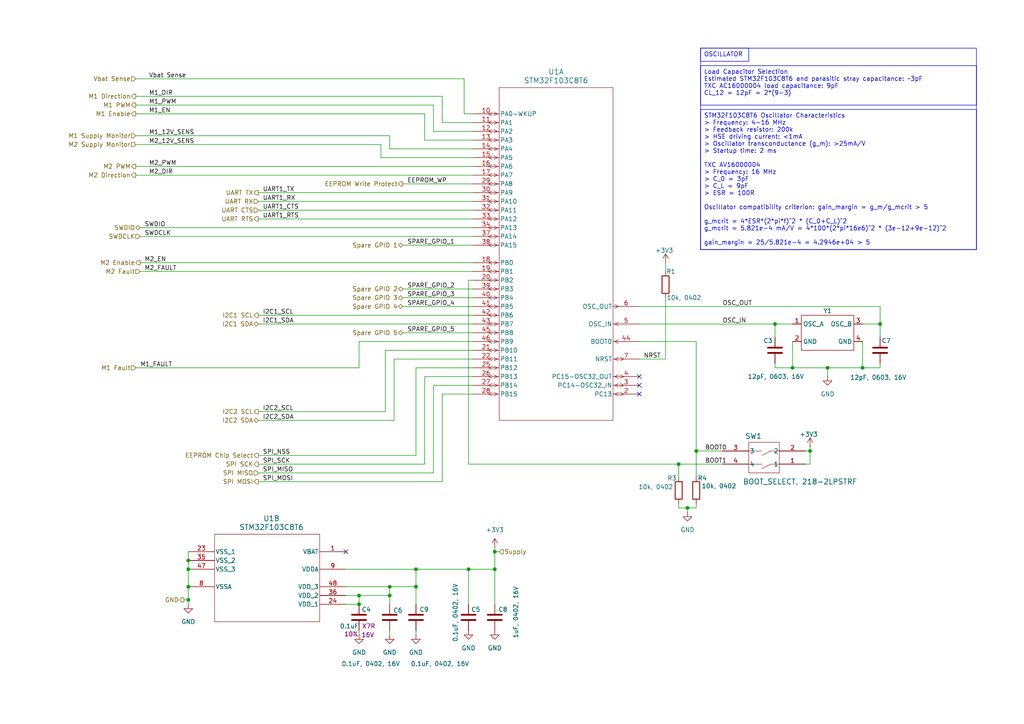
<source format=kicad_sch>
(kicad_sch (version 20250114) (generator "eeschema") (generator_version "9.0")
  (paper "A4")
  (lib_symbols
    (symbol "218_2LPSTRF:218-2LPSTRF" (pin_names (offset 0.254))
      (property "Reference" "SW2" (at 13.9699 3.81 90))
      (property "Value" "218-2LPSTRF" (at 16.5099 3.81 90))
      (symbol "218-2LPSTRF_0_1"
        (pin unspecified line (at 2.54 0 0) (length 7.62) (name "1") (number "1"))
        (pin unspecified line (at 2.54 -3.81 0) (length 7.62) (name "2") (number "2"))
        (pin unspecified line (at 26.67 0 180) (length 7.62) (name "4") (number "4"))
        (pin unspecified line (at 26.67 -3.81 180) (length 7.62) (name "3") (number "3"))
      )
    )
    (symbol "Device:C" (pin_numbers (hide yes)) (pin_names (offset 0.254))
      (property "Reference" "C" (at 0.635 2.54 0))
      (property "Value" "C" (at 0.635 -2.54 0))
      (symbol "C_1_1"
        (pin passive line (at 0 3.81 270) (length 2.794) (name "~") (number "1"))
        (pin passive line (at 0 -3.81 90) (length 2.794) (name "~") (number "2"))
      )
    )
    (symbol "Device:R" (pin_numbers (hide yes)) (pin_names (offset 0))
      (property "Reference" "R" (at 2.032 0 90))
      (property "Value" "R" (at 0 0 90))
      (symbol "R_1_1"
        (pin passive line (at 0 3.81 270) (length 1.27) (name "~") (number "1"))
        (pin passive line (at 0 -3.81 90) (length 1.27) (name "~") (number "2"))
      )
    )
    (symbol "STM32F103C8T6:STM32F103C8T6" (pin_names (offset 0.254))
      (property "Reference" "U1" (at 24.13 12.192 0))
      (property "Value" "STM32F103C8T6" (at 24.13 9.652 0))
      (symbol "STM32F103C8T6_1_1"
        (pin bidirectional line (at 0 0 0) (length 7.62) (name "PA0-WKUP") (number "10"))
        (pin bidirectional line (at 0 -2.54 0) (length 7.62) (name "PA1") (number "11"))
        (pin bidirectional line (at 0 -5.08 0) (length 7.62) (name "PA2") (number "12"))
        (pin bidirectional line (at 0 -7.62 0) (length 7.62) (name "PA3") (number "13"))
        (pin bidirectional line (at 0 -10.16 0) (length 7.62) (name "PA4") (number "14"))
        (pin bidirectional line (at 0 -12.7 0) (length 7.62) (name "PA5") (number "15"))
        (pin bidirectional line (at 0 -15.24 0) (length 7.62) (name "PA6") (number "16"))
        (pin bidirectional line (at 0 -17.78 0) (length 7.62) (name "PA7") (number "17"))
        (pin bidirectional line (at 0 -20.32 0) (length 7.62) (name "PA8") (number "29"))
        (pin bidirectional line (at 0 -22.86 0) (length 7.62) (name "PA9") (number "30"))
        (pin bidirectional line (at 0 -25.4 0) (length 7.62) (name "PA10") (number "31"))
        (pin bidirectional line (at 0 -27.94 0) (length 7.62) (name "PA11") (number "32"))
        (pin bidirectional line (at 0 -30.48 0) (length 7.62) (name "PA12") (number "33"))
        (pin bidirectional line (at 0 -33.02 0) (length 7.62) (name "PA13") (number "34"))
        (pin bidirectional line (at 0 -35.56 0) (length 7.62) (name "PA14") (number "37"))
        (pin bidirectional line (at 0 -38.1 0) (length 7.62) (name "PA15") (number "38"))
        (pin bidirectional line (at 0 -43.18 0) (length 7.62) (name "PB0") (number "18"))
        (pin bidirectional line (at 0 -45.72 0) (length 7.62) (name "PB1") (number "19"))
        (pin bidirectional line (at 0 -48.26 0) (length 7.62) (name "PB2") (number "20"))
        (pin bidirectional line (at 0 -50.8 0) (length 7.62) (name "PB3") (number "39"))
        (pin bidirectional line (at 0 -53.34 0) (length 7.62) (name "PB4") (number "40"))
        (pin bidirectional line (at 0 -55.88 0) (length 7.62) (name "PB5") (number "41"))
        (pin bidirectional line (at 0 -58.42 0) (length 7.62) (name "PB6") (number "42"))
        (pin bidirectional line (at 0 -60.96 0) (length 7.62) (name "PB7") (number "43"))
        (pin bidirectional line (at 0 -63.5 0) (length 7.62) (name "PB8") (number "45"))
        (pin bidirectional line (at 0 -66.04 0) (length 7.62) (name "PB9") (number "46"))
        (pin bidirectional line (at 0 -68.58 0) (length 7.62) (name "PB10") (number "21"))
        (pin bidirectional line (at 0 -71.12 0) (length 7.62) (name "PB11") (number "22"))
        (pin bidirectional line (at 0 -73.66 0) (length 7.62) (name "PB12") (number "25"))
        (pin bidirectional line (at 0 -76.2 0) (length 7.62) (name "PB13") (number "26"))
        (pin bidirectional line (at 0 -78.74 0) (length 7.62) (name "PB14") (number "27"))
        (pin bidirectional line (at 0 -81.28 0) (length 7.62) (name "PB15") (number "28"))
        (pin output line (at 48.26 -55.88 180) (length 7.62) (name "OSC_OUT") (number "6"))
        (pin input line (at 48.26 -60.96 180) (length 7.62) (name "OSC_IN") (number "5"))
        (pin input line (at 48.26 -66.04 180) (length 7.62) (name "BOOT0") (number "44"))
        (pin bidirectional line (at 48.26 -71.12 180) (length 7.62) (name "NRST") (number "7"))
        (pin bidirectional line (at 48.26 -76.2 180) (length 7.62) (name "PC15-OSC32_OUT") (number "4"))
        (pin bidirectional line (at 48.26 -78.74 180) (length 7.62) (name "PC14-OSC32_IN") (number "3"))
        (pin bidirectional line (at 48.26 -81.28 180) (length 7.62) (name "PC13") (number "2"))
      )
      (symbol "STM32F103C8T6_2_1"
        (pin power_in line (at 0 0 0) (length 7.62) (name "VSS_1") (number "23"))
        (pin power_in line (at 0 -2.54 0) (length 7.62) (name "VSS_2") (number "35"))
        (pin power_in line (at 0 -5.08 0) (length 7.62) (name "VSS_3") (number "47"))
        (pin power_in line (at 0 -10.16 0) (length 7.62) (name "VSSA") (number "8"))
        (pin power_in line (at 45.72 0 180) (length 7.62) (name "VBAT") (number "1"))
        (pin power_in line (at 45.72 -5.08 180) (length 7.62) (name "VDDA") (number "9"))
        (pin power_in line (at 45.72 -10.16 180) (length 7.62) (name "VDD_3") (number "48"))
        (pin power_in line (at 45.72 -12.7 180) (length 7.62) (name "VDD_2") (number "36"))
        (pin power_in line (at 45.72 -15.24 180) (length 7.62) (name "VDD_1") (number "24"))
      )
    )
    (symbol "STM32F103C8T6_1" (pin_names (offset 0.254))
      (property "Reference" "U1" (at 24.13 12.192 0))
      (property "Value" "STM32F103C8T6" (at 24.13 9.652 0))
      (symbol "STM32F103C8T6_1_1_1"
        (pin bidirectional line (at 0 0 0) (length 7.62) (name "PA0-WKUP") (number "10"))
        (pin bidirectional line (at 0 -2.54 0) (length 7.62) (name "PA1") (number "11"))
        (pin bidirectional line (at 0 -5.08 0) (length 7.62) (name "PA2") (number "12"))
        (pin bidirectional line (at 0 -7.62 0) (length 7.62) (name "PA3") (number "13"))
        (pin bidirectional line (at 0 -10.16 0) (length 7.62) (name "PA4") (number "14"))
        (pin bidirectional line (at 0 -12.7 0) (length 7.62) (name "PA5") (number "15"))
        (pin bidirectional line (at 0 -15.24 0) (length 7.62) (name "PA6") (number "16"))
        (pin bidirectional line (at 0 -17.78 0) (length 7.62) (name "PA7") (number "17"))
        (pin bidirectional line (at 0 -20.32 0) (length 7.62) (name "PA8") (number "29"))
        (pin bidirectional line (at 0 -22.86 0) (length 7.62) (name "PA9") (number "30"))
        (pin bidirectional line (at 0 -25.4 0) (length 7.62) (name "PA10") (number "31"))
        (pin bidirectional line (at 0 -27.94 0) (length 7.62) (name "PA11") (number "32"))
        (pin bidirectional line (at 0 -30.48 0) (length 7.62) (name "PA12") (number "33"))
        (pin bidirectional line (at 0 -33.02 0) (length 7.62) (name "PA13") (number "34"))
        (pin bidirectional line (at 0 -35.56 0) (length 7.62) (name "PA14") (number "37"))
        (pin bidirectional line (at 0 -38.1 0) (length 7.62) (name "PA15") (number "38"))
        (pin bidirectional line (at 0 -43.18 0) (length 7.62) (name "PB0") (number "18"))
        (pin bidirectional line (at 0 -45.72 0) (length 7.62) (name "PB1") (number "19"))
        (pin bidirectional line (at 0 -48.26 0) (length 7.62) (name "PB2") (number "20"))
        (pin bidirectional line (at 0 -50.8 0) (length 7.62) (name "PB3") (number "39"))
        (pin bidirectional line (at 0 -53.34 0) (length 7.62) (name "PB4") (number "40"))
        (pin bidirectional line (at 0 -55.88 0) (length 7.62) (name "PB5") (number "41"))
        (pin bidirectional line (at 0 -58.42 0) (length 7.62) (name "PB6") (number "42"))
        (pin bidirectional line (at 0 -60.96 0) (length 7.62) (name "PB7") (number "43"))
        (pin bidirectional line (at 0 -63.5 0) (length 7.62) (name "PB8") (number "45"))
        (pin bidirectional line (at 0 -66.04 0) (length 7.62) (name "PB9") (number "46"))
        (pin bidirectional line (at 0 -68.58 0) (length 7.62) (name "PB10") (number "21"))
        (pin bidirectional line (at 0 -71.12 0) (length 7.62) (name "PB11") (number "22"))
        (pin bidirectional line (at 0 -73.66 0) (length 7.62) (name "PB12") (number "25"))
        (pin bidirectional line (at 0 -76.2 0) (length 7.62) (name "PB13") (number "26"))
        (pin bidirectional line (at 0 -78.74 0) (length 7.62) (name "PB14") (number "27"))
        (pin bidirectional line (at 0 -81.28 0) (length 7.62) (name "PB15") (number "28"))
        (pin output line (at 48.26 -55.88 180) (length 7.62) (name "OSC_OUT") (number "6"))
        (pin input line (at 48.26 -60.96 180) (length 7.62) (name "OSC_IN") (number "5"))
        (pin input line (at 48.26 -66.04 180) (length 7.62) (name "BOOT0") (number "44"))
        (pin bidirectional line (at 48.26 -71.12 180) (length 7.62) (name "NRST") (number "7"))
        (pin bidirectional line (at 48.26 -76.2 180) (length 7.62) (name "PC15-OSC32_OUT") (number "4"))
        (pin bidirectional line (at 48.26 -78.74 180) (length 7.62) (name "PC14-OSC32_IN") (number "3"))
        (pin bidirectional line (at 48.26 -81.28 180) (length 7.62) (name "PC13") (number "2"))
      )
      (symbol "STM32F103C8T6_1_2_1"
        (pin power_in line (at 0 0 0) (length 7.62) (name "VSS_1") (number "23"))
        (pin power_in line (at 0 -2.54 0) (length 7.62) (name "VSS_2") (number "35"))
        (pin power_in line (at 0 -5.08 0) (length 7.62) (name "VSS_3") (number "47"))
        (pin power_in line (at 0 -10.16 0) (length 7.62) (name "VSSA") (number "8"))
        (pin power_in line (at 45.72 0 180) (length 7.62) (name "VBAT") (number "1"))
        (pin power_in line (at 45.72 -5.08 180) (length 7.62) (name "VDDA") (number "9"))
        (pin power_in line (at 45.72 -10.16 180) (length 7.62) (name "VDD_3") (number "48"))
        (pin power_in line (at 45.72 -12.7 180) (length 7.62) (name "VDD_2") (number "36"))
        (pin power_in line (at 45.72 -15.24 180) (length 7.62) (name "VDD_1") (number "24"))
      )
    )
    (symbol "TXC_AV16000004:TXC_AV16000004"
      (property "Reference" "Y2" (at 0 6.35 0))
      (symbol "TXC_AV16000004_1_1"
        (pin bidirectional line (at -10.16 2.54 0) (length 2.54) (name "OSC_A") (number "1"))
        (pin passive line (at -10.16 -2.54 0) (length 2.54) (name "GND") (number "2"))
        (pin bidirectional line (at 10.16 2.54 180) (length 2.54) (name "OSC_B") (number "3"))
        (pin passive line (at 10.16 -2.54 180) (length 2.54) (name "GND") (number "4"))
      )
    )
    (symbol "power:+3V3" (power) (pin_numbers (hide yes)) (pin_names (offset 0) (hide yes))
      (property "Value" "+3V3" (at 0 3.556 0))
      (symbol "+3V3_1_1"
        (pin power_in line (at 0 0 90) (length 0) (name "~") (number "1"))
      )
    )
    (symbol "power:GND" (power) (pin_numbers (hide yes)) (pin_names (offset 0) (hide yes))
      (property "Value" "GND" (at 0 -3.81 0))
      (symbol "GND_1_1"
        (pin power_in line (at 0 0 270) (length 0) (name "~") (number "1"))
      )
    )
  )
  (rectangle (start 203.2 13.97) (end 283.21 72.39))
  (text_box "OSCILLATOR" (at 203.2 13.97 0) (size 13.97 3.81) (margins 0.9525 0.9525 0.9525 0.9525) (effects (font (size 1.27 1.27)) (justify left top)))
  (text_box "STM32F103C8T6 Oscillator Characteristics\n> Frequency: 4-16 MHz\n> Feedback resistor: 200k\n> HSE driving current: <1mA\n> Oscillator transconductance (g_m): >25mA/V\n> Startup time: 2 ms\n\nTXC AV16000004\n> Frequency: 16 MHz\n> C_0 = 3pF\n> C_L = 9pF\n> ESR = 100R\n\nOscillator compatibility criterion: gain_margin = g_m/g_mcrit > 5\n\ng_mcrit = 4*ESR*(2*pi*f)^2 * (C_0+C_L)^2\ng_mcrit = 5.821e-4 mA/V = 4*100*(2*pi*16e6)^2 * (3e-12+9e-12)^2\n\ngain_margin = 25/5.821e-4 = 4.2946e+04 > 5\n\n" (at 203.2 31.75 0) (size 80.01 40.64) (margins 0.9525 0.9525 0.9525 0.9525) (effects (font (size 1.27 1.27)) (justify left top)))
  (text_box "Load Capacitor Selection\nEstimated STM32F103C8T6 and parasitic stray capacitance: ~3pF\nTXC AC16000004 load capacitance: 9pF\nCL_12 = 12pF = 2*(9-3)\n" (at 203.2 19.05 0) (size 80.01 11.43) (margins 0.9525 0.9525 0.9525 0.9525) (effects (font (size 1.27 1.27)) (justify left top)))
  (junction (at 54.61 165.1))
  (junction (at 104.14 172.72))
  (junction (at 199.39 147.32))
  (junction (at 54.61 162.56))
  (junction (at 240.03 106.68))
  (junction (at 113.03 172.72))
  (junction (at 54.61 170.18))
  (junction (at 196.85 134.62))
  (junction (at 54.61 173.99))
  (junction (at 250.19 106.68))
  (junction (at 120.65 170.18))
  (junction (at 104.14 175.26))
  (junction (at 143.51 160.02))
  (junction (at 234.95 130.81))
  (junction (at 255.27 93.98))
  (junction (at 229.87 106.68))
  (junction (at 120.65 165.1))
  (junction (at 113.03 170.18))
  (junction (at 143.51 165.1))
  (junction (at 224.79 93.98))
  (junction (at 135.89 165.1))
  (junction (at 201.93 130.81))
  (no_connect (at 185.42 114.3))
  (no_connect (at 100.33 160.02))
  (no_connect (at 185.42 111.76))
  (no_connect (at 185.42 109.22))
  (wire (pts (xy 193.04 86.36) (xy 193.04 104.14)))
  (wire (pts (xy 143.51 165.1) (xy 135.89 165.1)))
  (wire (pts (xy 120.65 165.1) (xy 135.89 165.1)))
  (wire (pts (xy 196.85 134.62) (xy 209.55 134.62)))
  (wire (pts (xy 116.84 53.34) (xy 137.16 53.34)))
  (wire (pts (xy 39.37 106.68) (xy 104.14 106.68)))
  (wire (pts (xy 255.27 106.68) (xy 250.19 106.68)))
  (wire (pts (xy 125.73 111.76) (xy 137.16 111.76)))
  (wire (pts (xy 113.03 175.26) (xy 113.03 172.72)))
  (wire (pts (xy 201.93 99.06) (xy 201.93 130.81)))
  (wire (pts (xy 196.85 146.05) (xy 196.85 147.32)))
  (wire (pts (xy 39.37 33.02) (xy 123.19 33.02)))
  (wire (pts (xy 255.27 88.9) (xy 255.27 93.98)))
  (wire (pts (xy 110.49 45.72) (xy 137.16 45.72)))
  (wire (pts (xy 120.65 106.68) (xy 137.16 106.68)))
  (wire (pts (xy 114.3 104.14) (xy 137.16 104.14)))
  (wire (pts (xy 54.61 165.1) (xy 54.61 170.18)))
  (wire (pts (xy 74.93 91.44) (xy 137.16 91.44)))
  (wire (pts (xy 113.03 184.15) (xy 113.03 182.88)))
  (wire (pts (xy 74.93 58.42) (xy 137.16 58.42)))
  (wire (pts (xy 113.03 43.18) (xy 137.16 43.18)))
  (wire (pts (xy 201.93 130.81) (xy 201.93 138.43)))
  (wire (pts (xy 113.03 39.37) (xy 113.03 43.18)))
  (wire (pts (xy 135.89 81.28) (xy 137.16 81.28)))
  (wire (pts (xy 120.65 132.08) (xy 120.65 106.68)))
  (wire (pts (xy 255.27 105.41) (xy 255.27 106.68)))
  (wire (pts (xy 74.93 137.16) (xy 125.73 137.16)))
  (wire (pts (xy 120.65 165.1) (xy 120.65 170.18)))
  (wire (pts (xy 185.42 104.14) (xy 193.04 104.14)))
  (wire (pts (xy 74.93 60.96) (xy 137.16 60.96)))
  (wire (pts (xy 224.79 93.98) (xy 229.87 93.98)))
  (wire (pts (xy 123.19 134.62) (xy 123.19 109.22)))
  (wire (pts (xy 224.79 97.79) (xy 224.79 93.98)))
  (wire (pts (xy 104.14 99.06) (xy 137.16 99.06)))
  (wire (pts (xy 74.93 119.38) (xy 111.76 119.38)))
  (wire (pts (xy 199.39 147.32) (xy 199.39 148.59)))
  (wire (pts (xy 128.27 35.56) (xy 137.16 35.56)))
  (wire (pts (xy 100.33 165.1) (xy 120.65 165.1)))
  (wire (pts (xy 224.79 106.68) (xy 229.87 106.68)))
  (wire (pts (xy 54.61 173.99) (xy 54.61 175.26)))
  (wire (pts (xy 39.37 41.91) (xy 110.49 41.91)))
  (wire (pts (xy 39.37 30.48) (xy 125.73 30.48)))
  (wire (pts (xy 39.37 48.26) (xy 137.16 48.26)))
  (wire (pts (xy 250.19 99.06) (xy 250.19 106.68)))
  (wire (pts (xy 40.64 78.74) (xy 137.16 78.74)))
  (wire (pts (xy 196.85 134.62) (xy 135.89 134.62)))
  (wire (pts (xy 201.93 99.06) (xy 185.42 99.06)))
  (wire (pts (xy 113.03 170.18) (xy 120.65 170.18)))
  (wire (pts (xy 196.85 134.62) (xy 196.85 138.43)))
  (wire (pts (xy 74.93 93.98) (xy 137.16 93.98)))
  (wire (pts (xy 54.61 170.18) (xy 54.61 173.99)))
  (wire (pts (xy 143.51 158.75) (xy 143.51 160.02)))
  (wire (pts (xy 128.27 27.94) (xy 128.27 35.56)))
  (wire (pts (xy 39.37 22.86) (xy 134.62 22.86)))
  (wire (pts (xy 74.93 63.5) (xy 137.16 63.5)))
  (wire (pts (xy 116.84 86.36) (xy 137.16 86.36)))
  (wire (pts (xy 120.65 184.15) (xy 120.65 182.88)))
  (wire (pts (xy 135.89 175.26) (xy 135.89 165.1)))
  (wire (pts (xy 123.19 40.64) (xy 137.16 40.64)))
  (wire (pts (xy 128.27 114.3) (xy 137.16 114.3)))
  (wire (pts (xy 193.04 76.2) (xy 193.04 78.74)))
  (wire (pts (xy 229.87 99.06) (xy 229.87 106.68)))
  (wire (pts (xy 201.93 147.32) (xy 199.39 147.32)))
  (wire (pts (xy 125.73 137.16) (xy 125.73 111.76)))
  (wire (pts (xy 39.37 50.8) (xy 137.16 50.8)))
  (wire (pts (xy 40.64 76.2) (xy 137.16 76.2)))
  (wire (pts (xy 104.14 184.15) (xy 104.14 182.88)))
  (wire (pts (xy 39.37 27.94) (xy 128.27 27.94)))
  (wire (pts (xy 135.89 134.62) (xy 135.89 81.28)))
  (wire (pts (xy 40.64 66.04) (xy 137.16 66.04)))
  (wire (pts (xy 100.33 170.18) (xy 113.03 170.18)))
  (wire (pts (xy 111.76 101.6) (xy 137.16 101.6)))
  (wire (pts (xy 120.65 170.18) (xy 120.65 175.26)))
  (wire (pts (xy 123.19 33.02) (xy 123.19 40.64)))
  (wire (pts (xy 39.37 39.37) (xy 113.03 39.37)))
  (wire (pts (xy 53.34 173.99) (xy 54.61 173.99)))
  (wire (pts (xy 143.51 160.02) (xy 143.51 165.1)))
  (wire (pts (xy 234.95 130.81) (xy 233.68 130.81)))
  (wire (pts (xy 100.33 175.26) (xy 104.14 175.26)))
  (wire (pts (xy 143.51 160.02) (xy 144.78 160.02)))
  (wire (pts (xy 201.93 146.05) (xy 201.93 147.32)))
  (wire (pts (xy 74.93 139.7) (xy 128.27 139.7)))
  (wire (pts (xy 234.95 129.54) (xy 234.95 130.81)))
  (wire (pts (xy 123.19 109.22) (xy 137.16 109.22)))
  (wire (pts (xy 125.73 38.1) (xy 137.16 38.1)))
  (wire (pts (xy 234.95 134.62) (xy 233.68 134.62)))
  (wire (pts (xy 111.76 119.38) (xy 111.76 101.6)))
  (wire (pts (xy 104.14 106.68) (xy 104.14 99.06)))
  (wire (pts (xy 224.79 105.41) (xy 224.79 106.68)))
  (wire (pts (xy 54.61 160.02) (xy 54.61 162.56)))
  (wire (pts (xy 116.84 88.9) (xy 137.16 88.9)))
  (wire (pts (xy 74.93 134.62) (xy 123.19 134.62)))
  (wire (pts (xy 74.93 121.92) (xy 114.3 121.92)))
  (wire (pts (xy 74.93 132.08) (xy 120.65 132.08)))
  (wire (pts (xy 100.33 172.72) (xy 104.14 172.72)))
  (wire (pts (xy 116.84 96.52) (xy 137.16 96.52)))
  (wire (pts (xy 255.27 97.79) (xy 255.27 93.98)))
  (wire (pts (xy 143.51 175.26) (xy 143.51 165.1)))
  (wire (pts (xy 116.84 83.82) (xy 137.16 83.82)))
  (wire (pts (xy 134.62 33.02) (xy 137.16 33.02)))
  (wire (pts (xy 240.03 106.68) (xy 240.03 109.22)))
  (wire (pts (xy 104.14 172.72) (xy 113.03 172.72)))
  (wire (pts (xy 113.03 170.18) (xy 113.03 172.72)))
  (wire (pts (xy 40.64 68.58) (xy 137.16 68.58)))
  (wire (pts (xy 201.93 130.81) (xy 209.55 130.81)))
  (wire (pts (xy 185.42 88.9) (xy 255.27 88.9)))
  (wire (pts (xy 250.19 106.68) (xy 240.03 106.68)))
  (wire (pts (xy 125.73 30.48) (xy 125.73 38.1)))
  (wire (pts (xy 128.27 139.7) (xy 128.27 114.3)))
  (wire (pts (xy 54.61 162.56) (xy 54.61 165.1)))
  (wire (pts (xy 255.27 93.98) (xy 250.19 93.98)))
  (wire (pts (xy 234.95 130.81) (xy 234.95 134.62)))
  (wire (pts (xy 104.14 172.72) (xy 104.14 175.26)))
  (wire (pts (xy 74.93 55.88) (xy 137.16 55.88)))
  (wire (pts (xy 240.03 106.68) (xy 229.87 106.68)))
  (wire (pts (xy 185.42 93.98) (xy 224.79 93.98)))
  (wire (pts (xy 134.62 22.86) (xy 134.62 33.02)))
  (wire (pts (xy 114.3 121.92) (xy 114.3 104.14)))
  (wire (pts (xy 199.39 147.32) (xy 196.85 147.32)))
  (wire (pts (xy 116.84 71.12) (xy 137.16 71.12)))
  (wire (pts (xy 110.49 41.91) (xy 110.49 45.72)))
  (label "SPARE_GPIO_1" (at 118.11 71.12 0))
  (label "M1_12V_SENS" (at 43.18 39.37 0))
  (label "M1_PWM" (at 43.18 30.48 0))
  (label "NRST" (at 186.69 104.14 0))
  (label "UART1_RTS" (at 76.2 63.5 0))
  (label "OSC_OUT" (at 209.55 88.9 0))
  (label "UART1_CTS" (at 76.2 60.96 0))
  (label "M2_FAULT" (at 41.91 78.74 0))
  (label "Vbat Sense" (at 43.18 22.86 0))
  (label "I2C2_SDA" (at 76.2 121.92 0))
  (label "SWDCLK" (at 41.91 68.58 0))
  (label "SPI_MISO" (at 76.2 137.16 0))
  (label "EEPROM_WP" (at 118.11 53.34 0))
  (label "I2C1_SCL" (at 76.2 91.44 0))
  (label "M2_PWM" (at 43.18 48.26 0))
  (label "UART1_RX" (at 76.2 58.42 0))
  (label "SPARE_GPIO_2" (at 118.11 83.82 0))
  (label "SPARE_GPIO_3" (at 118.11 86.36 0))
  (label "BOOT1" (at 204.47 134.62 0))
  (label "M1_DIR" (at 43.18 27.94 0))
  (label "" (at 43.18 48.26 0))
  (label "M2_12V_SENS" (at 43.18 41.91 0))
  (label "M2_DIR" (at 43.18 50.8 0))
  (label "OSC_IN" (at 209.55 93.98 0))
  (label "M1_EN" (at 43.18 33.02 0))
  (label "I2C2_SCL" (at 76.2 119.38 0))
  (label "SPARE_GPIO_5" (at 118.11 96.52 0))
  (label "SPI_NSS" (at 76.2 132.08 0))
  (label "M1_FAULT" (at 40.64 106.68 0))
  (label "SPI_MOSI" (at 76.2 139.7 0))
  (label "SPI_SCK" (at 76.2 134.62 0))
  (label "UART1_TX" (at 76.2 55.88 0))
  (label "M2_EN" (at 41.91 76.2 0))
  (label "I2C1_SDA" (at 76.2 93.98 0))
  (label "BOOT0" (at 204.47 130.81 0))
  (label "SPARE_GPIO_4" (at 118.11 88.9 0))
  (label "SWDIO" (at 41.91 66.04 0))
  (label "" (at 78.74 132.08 0))
  (hierarchical_label "Vbat Sense" (shape input) (at 39.37 22.86 180))
  (hierarchical_label "M2 Fault" (shape input) (at 40.64 78.74 180))
  (hierarchical_label "SPI MISO" (shape input) (at 74.93 137.16 180))
  (hierarchical_label "M1 Direction" (shape output) (at 39.37 27.94 180))
  (hierarchical_label "SPI SCK" (shape output) (at 74.93 134.62 180))
  (hierarchical_label "M2 Direction" (shape output) (at 39.37 50.8 180))
  (hierarchical_label "Spare GPIO 4" (shape bidirectional) (at 116.84 88.9 180))
  (hierarchical_label "M2 Supply Monitor" (shape input) (at 39.37 41.91 180))
  (hierarchical_label "M1 Enable" (shape output) (at 39.37 33.02 180))
  (hierarchical_label "Spare GPIO 1" (shape bidirectional) (at 116.84 71.12 180))
  (hierarchical_label "Supply" (shape input) (at 144.78 160.02 0))
  (hierarchical_label "I2C1 SCL" (shape output) (at 74.93 91.44 180))
  (hierarchical_label "Spare GPIO 5" (shape bidirectional) (at 116.84 96.52 180))
  (hierarchical_label "EEPROM Write Protect" (shape output) (at 116.84 53.34 180))
  (hierarchical_label "UART RX" (shape input) (at 74.93 58.42 180))
  (hierarchical_label "M2 Enable" (shape output) (at 40.64 76.2 180))
  (hierarchical_label "I2C2 SCL" (shape output) (at 74.93 119.38 180))
  (hierarchical_label "UART TX" (shape output) (at 74.93 55.88 180))
  (hierarchical_label "UART RTS" (shape output) (at 74.93 63.5 180))
  (hierarchical_label "EEPROM Chip Select" (shape output) (at 74.93 132.08 180))
  (hierarchical_label "SWDIO" (shape bidirectional) (at 40.64 66.04 180))
  (hierarchical_label "I2C2 SDA" (shape bidirectional) (at 74.93 121.92 180))
  (hierarchical_label "SWDCLK" (shape input) (at 40.64 68.58 180))
  (hierarchical_label "UART CTS" (shape input) (at 74.93 60.96 180))
  (hierarchical_label "M2 PWM" (shape output) (at 39.37 48.26 180))
  (hierarchical_label "GND" (shape output) (at 53.34 173.99 180))
  (hierarchical_label "M1 Fault" (shape input) (at 39.37 106.68 180))
  (hierarchical_label "M1 PWM" (shape output) (at 39.37 30.48 180))
  (hierarchical_label "M1 Supply Monitor" (shape input) (at 39.37 39.37 180))
  (hierarchical_label "Spare GPIO 2" (shape bidirectional) (at 116.84 83.82 180))
  (hierarchical_label "Spare GPIO 3" (shape bidirectional) (at 116.84 86.36 180))
  (hierarchical_label "I2C1 SDA" (shape bidirectional) (at 74.93 93.98 180))
  (hierarchical_label "SPI MOSI" (shape output) (at 74.93 139.7 180))
  (symbol (lib_id "Device:C") (at 143.51 179.07 180) (unit 1)
    (property "Reference" "C8" (at 144.526 176.784 0) (effects (justify right)))
    (property "Value" "1uF, 0402, 16V" (at 149.606 185.166 90) (effects (justify right)))
    (property "Footprint" "Capacitor_SMD:C_0402_1005Metric" (effects (hide yes)))
    (property "Description" "Unpolarized capacitor" (effects (hide yes)))
  )
  (symbol (lib_id "TXC_AV16000004:TXC_AV16000004") (at 240.03 96.52 0) (unit 1)
    (property "Reference" "Y1" (at 240.03 90.17 0))
    (property "Value" "16 MHz" (effects (hide yes)))
    (property "Footprint" "TXC_AV16000004:TXC_AV16000004" (effects (hide yes)))
    (property "Datasheet" "https://www.lcsc.com/datasheet/C409378.pdf" (effects (hide yes)))
  )
  (symbol (lib_id "Device:C") (at 224.79 101.6 180) (unit 1)
    (property "Reference" "C3" (at 222.758 98.806 0))
    (property "Value" "12pF, 0603, 16V" (at 225.044 109.22 0))
    (property "Footprint" "Capacitor_SMD:C_0603_1608Metric" (effects (hide yes)))
    (property "Description" "Unpolarized capacitor" (effects (hide yes)))
  )
  (symbol (lib_id "power:GND") (at 240.03 109.22 0) (unit 1)
    (property "Reference" "#PWR08" (effects (hide yes)))
    (property "Value" "GND" (at 240.03 114.3 0))
    (property "Description" "Power symbol creates a global label with name \"GND\" , ground" (effects (hide yes)))
  )
  (symbol (lib_id "Device:R") (at 196.85 142.24 180) (unit 1)
    (property "Reference" "R3" (at 193.548 138.684 0) (effects (justify right)))
    (property "Value" "10k, 0402" (at 185.166 141.224 0) (effects (justify right)))
    (property "Footprint" "Resistor_SMD:R_0402_1005Metric" (effects (hide yes)))
    (property "Description" "Resistor" (effects (hide yes)))
  )
  (symbol (lib_id "Device:C") (at 104.14 179.07 0) (unit 1)
    (property "Reference" "C4" (at 104.902 176.784 0) (effects (justify left)))
    (property "Value" "0.1uF" (at 98.552 181.61 0) (effects (justify left)))
    (property "Footprint" "Capacitor_SMD:C_0402_1005Metric" (effects (hide yes)))
    (property "Description" "Unpolarized capacitor" (effects (hide yes)))
    (property "Package" "0402" (effects (hide yes)))
    (property "Rated Voltage" "16V" (at 106.68 184.15 0))
    (property "Tolerance" "10%" (at 101.854 183.896 0))
    (property "Temperature Coefficient" "X7R" (at 106.934 181.61 0))
  )
  (symbol (lib_id "Device:C") (at 255.27 101.6 0) (unit 1)
    (property "Reference" "C7" (at 257.048 98.806 0))
    (property "Value" "12pF, 0603, 16V" (at 254.762 109.474 0))
    (property "Footprint" "Capacitor_SMD:C_0603_1608Metric" (effects (hide yes)))
    (property "Description" "Unpolarized capacitor" (effects (hide yes)))
  )
  (symbol (lib_id "power:GND") (at 135.89 182.88 0) (unit 1)
    (property "Reference" "#PWR06" (effects (hide yes)))
    (property "Value" "GND" (at 135.89 187.96 0))
    (property "Description" "Power symbol creates a global label with name \"GND\" , ground" (effects (hide yes)))
  )
  (symbol (lib_id "218_2LPSTRF:218-2LPSTRF") (at 236.22 134.62 180) (unit 1)
    (property "Reference" "SW1" (at 220.98 126.492 0) (effects (font (size 1.524 1.524)) (justify left)))
    (property "Value" "BOOT_SELECT, 218-2LPSTRF" (at 248.666 139.7 0) (effects (font (size 1.524 1.524)) (justify left)))
    (property "Footprint" "218_2LPSTRF:218-2-GULLWING_CTS" (effects (hide yes)))
    (property "Datasheet" "https://www.ctscorp.com/Files/DataSheets/Switches/DIP-Switches/CTS-Switches-DIP-218-Series-Datasheet.pdf" (effects (hide yes)))
  )
  (symbol (lib_id "power:+3V3") (at 234.95 129.54 0) (unit 1)
    (property "Reference" "#PWR09" (effects (hide yes)))
    (property "Value" "+3V3" (at 231.902 125.984 0) (effects (justify left)))
    (property "Description" "Power symbol creates a global label with name \"+3V3\"" (effects (hide yes)))
  )
  (symbol (lib_name "STM32F103C8T6_1") (lib_id "STM32F103C8T6:STM32F103C8T6") (at 137.16 33.02 0) (unit 1)
    (property "Reference" "U1" (at 161.29 20.828 0) (effects (font (size 1.524 1.524))))
    (property "Value" "STM32F103C8T6" (at 161.29 23.368 0) (effects (font (size 1.524 1.524))))
    (property "Footprint" "STM32F103C8T6:LQFP48_STM" (effects (hide yes)))
    (property "Datasheet" "https://www.st.com/resource/en/datasheet/stm32f103c8.pdf" (effects (hide yes)))
  )
  (symbol (lib_id "Device:C") (at 113.03 179.07 0) (unit 1)
    (property "Reference" "C6" (at 114.046 177.038 0) (effects (justify left)))
    (property "Value" "0.1uF, 0402, 16V" (at 99.06 192.532 0) (effects (justify left)))
    (property "Footprint" "Capacitor_SMD:C_0402_1005Metric" (effects (hide yes)))
    (property "Description" "Unpolarized capacitor" (effects (hide yes)))
  )
  (symbol (lib_id "Device:C") (at 135.89 179.07 180) (unit 1)
    (property "Reference" "C5" (at 136.652 176.784 0) (effects (justify right)))
    (property "Value" "0.1uF, 0402, 16V" (at 132.08 186.182 90) (effects (justify right)))
    (property "Footprint" "Capacitor_SMD:C_0402_1005Metric" (effects (hide yes)))
    (property "Description" "Unpolarized capacitor" (effects (hide yes)))
  )
  (symbol (lib_id "power:GND") (at 54.61 175.26 0) (unit 1)
    (property "Reference" "#PWR01" (effects (hide yes)))
    (property "Value" "GND" (at 54.61 180.34 0))
    (property "Description" "Power symbol creates a global label with name \"GND\" , ground" (effects (hide yes)))
  )
  (symbol (lib_id "STM32F103C8T6:STM32F103C8T6") (at 54.61 160.02 0) (unit 2)
    (property "Reference" "U1" (at 78.74 150.368 0) (effects (font (size 1.524 1.524))))
    (property "Value" "STM32F103C8T6" (at 78.74 152.908 0) (effects (font (size 1.524 1.524))))
    (property "Footprint" "STM32F103C8T6:LQFP48_STM" (effects (hide yes)))
    (property "Datasheet" "https://www.st.com/resource/en/datasheet/stm32f103c8.pdf" (effects (hide yes)))
  )
  (symbol (lib_id "Device:C") (at 120.65 179.07 0) (unit 1)
    (property "Reference" "C9" (at 121.666 176.784 0) (effects (justify left)))
    (property "Value" "0.1uF, 0402, 16V" (at 119.126 192.532 0) (effects (justify left)))
    (property "Footprint" "Capacitor_SMD:C_0402_1005Metric" (effects (hide yes)))
    (property "Description" "Unpolarized capacitor" (effects (hide yes)))
  )
  (symbol (lib_id "Device:R") (at 193.04 82.55 0) (mirror y) (unit 1)
    (property "Reference" "R1" (at 194.564 78.74 0))
    (property "Value" "10k, 0402" (at 198.374 86.36 0))
    (property "Footprint" "Resistor_SMD:R_0402_1005Metric" (effects (hide yes)))
    (property "Description" "Resistor" (effects (hide yes)))
  )
  (symbol (lib_id "power:GND") (at 143.51 182.88 0) (unit 1)
    (property "Reference" "#PWR07" (effects (hide yes)))
    (property "Value" "GND" (at 143.51 187.96 0))
    (property "Description" "Power symbol creates a global label with name \"GND\" , ground" (effects (hide yes)))
  )
  (symbol (lib_id "power:GND") (at 120.65 184.15 0) (unit 1)
    (property "Reference" "#PWR05" (effects (hide yes)))
    (property "Value" "GND" (at 120.65 189.23 0))
    (property "Description" "Power symbol creates a global label with name \"GND\" , ground" (effects (hide yes)))
  )
  (symbol (lib_id "Device:R") (at 201.93 142.24 180) (unit 1)
    (property "Reference" "R4" (at 203.708 138.684 0))
    (property "Value" "10k, 0402" (at 208.534 140.97 0))
    (property "Footprint" "Resistor_SMD:R_0402_1005Metric" (effects (hide yes)))
    (property "Description" "Resistor" (effects (hide yes)))
  )
  (symbol (lib_id "power:+3V3") (at 193.04 76.2 0) (unit 1)
    (property "Reference" "#PWR011" (effects (hide yes)))
    (property "Value" "+3V3" (at 189.992 72.644 0) (effects (justify left)))
    (property "Description" "Power symbol creates a global label with name \"+3V3\"" (effects (hide yes)))
  )
  (symbol (lib_id "power:GND") (at 199.39 148.59 0) (unit 1)
    (property "Reference" "#PWR010" (effects (hide yes)))
    (property "Value" "GND" (at 199.39 153.67 0))
    (property "Description" "Power symbol creates a global label with name \"GND\" , ground" (effects (hide yes)))
  )
  (symbol (lib_id "power:+3V3") (at 143.51 158.75 0) (unit 1)
    (property "Reference" "#PWR02" (effects (hide yes)))
    (property "Value" "+3V3" (at 143.51 153.67 0))
    (property "Description" "Power symbol creates a global label with name \"+3V3\"" (effects (hide yes)))
  )
  (symbol (lib_id "power:GND") (at 113.03 184.15 0) (unit 1)
    (property "Reference" "#PWR04" (effects (hide yes)))
    (property "Value" "GND" (at 113.03 189.23 0))
    (property "Description" "Power symbol creates a global label with name \"GND\" , ground" (effects (hide yes)))
  )
  (symbol (lib_id "power:GND") (at 104.14 184.15 0) (unit 1)
    (property "Reference" "#PWR03" (effects (hide yes)))
    (property "Value" "GND" (at 104.14 189.23 0))
    (property "Description" "Power symbol creates a global label with name \"GND\" , ground" (effects (hide yes)))
  )
)
</source>
